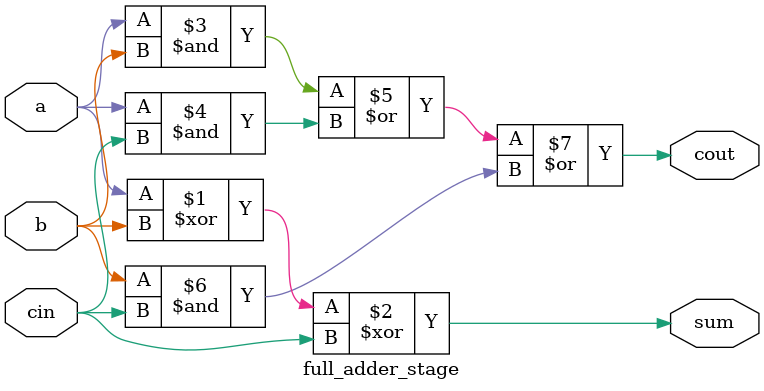
<source format=v>
module full_adder_stage (
    input  a,
    input  b,
    input  cin,
    output sum,
    output cout
);
    assign sum = a ^ b ^ cin;
    assign cout = (a & b) | (a & cin) | (b & cin);
endmodule
</source>
